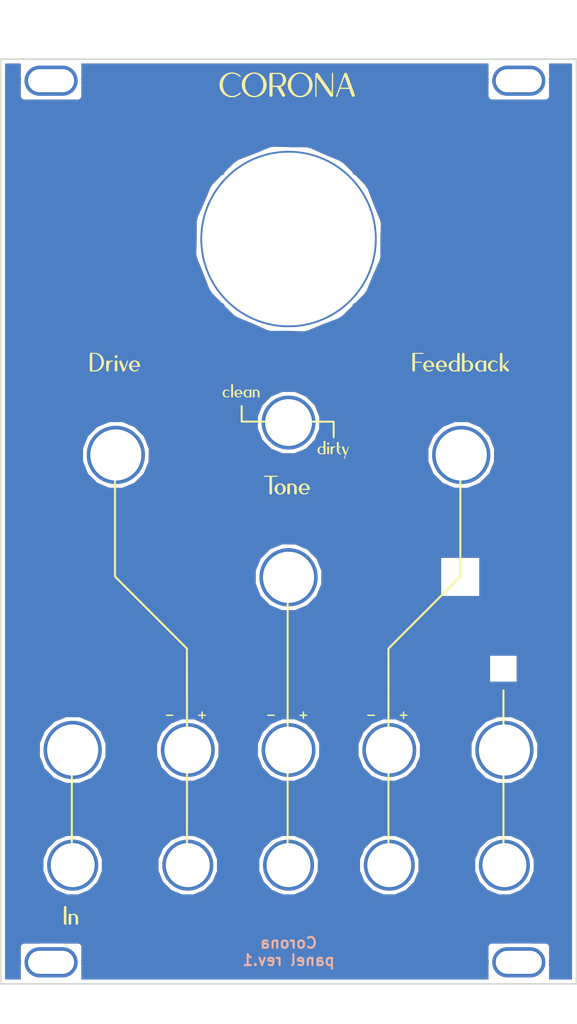
<source format=kicad_pcb>
(kicad_pcb (version 20171130) (host pcbnew "(5.0.0)")
  (title_block (title Valve) (date 2018-01-22) (rev 1) (company "Coriolis Instruments") (comment 1 "Combined board with cutting lines."))
  (layers (0 F.Cu signal) (31 B.Cu signal) (34 B.Paste user hide) (35 F.Paste user hide) (36 B.SilkS user) (37 F.SilkS user) (38 B.Mask user) (39 F.Mask user) (44 Edge.Cuts user))
  (net 0 "")
  (module Coriolis-KiCad:art_corona_panel_soldermask (layer F.Cu) (at 40 64.25)
    (fp_text reference G*** hide)
    (fp_text value LOGO hide)
  )
  (module Coriolis-KiCad:art_corona_panel_silkscreen (layer F.Cu) (at 40 64.25)
    (fp_text reference G*** hide)
    (fp_text value LOGO hide)
  )
  (module Coriolis-KiCad:panel_slot (layer F.Cu) (at 72 125.5)
    (fp_text reference MH1 hide)
    (fp_text value "M3 Rackmount" hide)
    (pad "" np_thru_hole roundrect (at 0 0) (size 7.4 4.2) (drill oval 6.4 3.2) (layers *.Cu *.Mask) (roundrect_rratio 0.5))
  )
  (module Coriolis-KiCad:panel_slot (layer F.Cu) (at 7 125.5)
    (fp_text reference MH1 hide)
    (fp_text value "M3 Rackmount" hide)
    (pad "" np_thru_hole roundrect (at 0 0) (size 7.4 4.2) (drill oval 6.4 3.2) (layers *.Cu *.Mask) (roundrect_rratio 0.5))
  )
  (module Coriolis-KiCad:panel_0.25in_bushing (layer F.Cu) (at 54 96)
    (fp_text reference MH5 hide)
    (fp_text value Switch hide)
    (pad "" np_thru_hole circle (at 0 0) (size 7.5 7.5) (drill 6.5) (layers *.Cu *.Mask))
  )
  (module Coriolis-KiCad:panel_0.25in_bushing (layer F.Cu) (at 40 96)
    (fp_text reference MH5 hide)
    (fp_text value Switch hide)
    (pad "" np_thru_hole circle (at 0 0) (size 7.5 7.5) (drill 6.5) (layers *.Cu *.Mask))
  )
  (module Coriolis-KiCad:panel_0.25in_bushing (layer F.Cu) (at 26 96)
    (fp_text reference MH5 hide)
    (fp_text value Switch hide)
    (pad "" np_thru_hole circle (at 0 0) (size 7.5 7.5) (drill 6.5) (layers *.Cu *.Mask))
  )
  (module Coriolis-KiCad:panel_9mm_pot (layer F.Cu) (at 40 72)
    (fp_text reference MH6 hide)
    (fp_text value Pot hide)
    (pad "" np_thru_hole circle (at 0 0) (size 8.1 8.1) (drill 7.1) (layers *.Cu *.Mask))
  )
  (module Coriolis-KiCad:panel_thonk_jack (layer F.Cu) (at 26 112)
    (fp_text reference MH3 hide)
    (fp_text value Jack hide)
    (pad "" np_thru_hole circle (at 0 0) (size 7.1 7.1) (drill 6.1) (layers *.Cu *.Mask))
  )
  (module Coriolis-KiCad:panel_thonk_jack (layer F.Cu) (at 70 112)
    (fp_text reference MH3 hide)
    (fp_text value Jack hide)
    (pad "" np_thru_hole circle (at 0 0) (size 7.1 7.1) (drill 6.1) (layers *.Cu *.Mask))
  )
  (module Coriolis-KiCad:panel_thonk_jack (layer F.Cu) (at 54 112)
    (fp_text reference MH3 hide)
    (fp_text value Jack hide)
    (pad "" np_thru_hole circle (at 0 0) (size 7.1 7.1) (drill 6.1) (layers *.Cu *.Mask))
  )
  (module Coriolis-KiCad:panel_thonk_jack (layer F.Cu) (at 40 112)
    (fp_text reference MH3 hide)
    (fp_text value Jack hide)
    (pad "" np_thru_hole circle (at 0 0) (size 7.1 7.1) (drill 6.1) (layers *.Cu *.Mask))
  )
  (module Coriolis-KiCad:panel_9mm_pot (layer F.Cu) (at 70 96)
    (fp_text reference MH6 hide)
    (fp_text value Pot hide)
    (pad "" np_thru_hole circle (at 0 0) (size 8.1 8.1) (drill 7.1) (layers *.Cu *.Mask))
  )
  (module Coriolis-KiCad:panel_9mm_pot (layer F.Cu) (at 10 96)
    (fp_text reference MH6 hide)
    (fp_text value Pot hide)
    (pad "" np_thru_hole circle (at 0 0) (size 8.1 8.1) (drill 7.1) (layers *.Cu *.Mask))
  )
  (module Coriolis-KiCad:panel_9mm_pot (layer F.Cu) (at 16 55)
    (fp_text reference MH6 hide)
    (fp_text value Pot hide)
    (pad "" np_thru_hole circle (at 0 0) (size 8.1 8.1) (drill 7.1) (layers *.Cu *.Mask))
  )
  (module Coriolis-KiCad:panel_slot (layer F.Cu) (at 72 3)
    (fp_text reference MH1 hide)
    (fp_text value "M3 Rackmount" hide)
    (pad "" np_thru_hole roundrect (at 0 0) (size 7.4 4.2) (drill oval 6.4 3.2) (layers *.Cu *.Mask) (roundrect_rratio 0.5))
  )
  (module Coriolis-KiCad:panel_slot (layer F.Cu) (at 7 3)
    (fp_text reference MH1 hide)
    (fp_text value "M3 Rackmount" hide)
    (pad "" np_thru_hole roundrect (at 0 0) (size 7.4 4.2) (drill oval 6.4 3.2) (layers *.Cu *.Mask) (roundrect_rratio 0.5))
  )
  (module Coriolis-KiCad:panel_9mm_pot (layer F.Cu) (at 64 55)
    (fp_text reference MH6 hide)
    (fp_text value Pot hide)
    (pad "" np_thru_hole circle (at 0 0) (size 8.1 8.1) (drill 7.1) (layers *.Cu *.Mask))
  )
  (module Coriolis-KiCad:panel_thonk_jack (layer F.Cu) (at 10 112)
    (fp_text reference MH3 hide)
    (fp_text value Jack hide)
    (pad "" np_thru_hole circle (at 0 0) (size 7.1 7.1) (drill 6.1) (layers *.Cu *.Mask))
  )
  (module Coriolis-KiCad:panel_0.25in_bushing (layer F.Cu) (at 40 50.5)
    (fp_text reference MH5 hide)
    (fp_text value Switch hide)
    (pad "" np_thru_hole circle (at 0 0) (size 7.5 7.5) (drill 6.5) (layers *.Cu *.Mask))
  )
  (module Coriolis-KiCad:panel_12AX7_hole (layer F.Cu) (at 40 25)
    (fp_text reference REF** hide)
    (fp_text value panel_12AX7_hole)
    (pad "" np_thru_hole circle (at 0 0) (size 24.5 24.5) (drill 24) (layers *.Cu *.Mask))
  )
  (gr_text "Corona\npanel rev.1" (at 40 124) (layer B.SilkS) (effects (font (size 1.5 1.5) (thickness 0.3)) (justify mirror)))
  (gr_line (start 0 128.5) (end 0 0) (layer Edge.Cuts) (width 0.2))
  (gr_line (start 80 0) (end 80 128.5) (layer Edge.Cuts) (width 0.2))
  (gr_line (start 80 0) (end 0 0) (layer Edge.Cuts) (width 0.2))
  (gr_line (start 0 128.5) (end 80 128.5) (layer Edge.Cuts) (width 0.2))
  (zone (net 0) (net_name "") (layer F.Cu) (connect_pads (clearance 0.508)) (min_thickness 0.254) (fill yes (arc_segments 16) (thermal_gap 0.508) (thermal_bridge_width 0.508))
    (polygon (pts (xy 80 0) (xy 0 0) (xy 0 128.5) (xy 80 128.5)))
  )
  (zone (net 0) (net_name "") (layer B.Cu) (connect_pads (clearance 0.508)) (min_thickness 0.254) (fill yes (arc_segments 16) (thermal_gap 0.508) (thermal_bridge_width 0.508))
    (polygon (pts (xy 80 128.5) (xy 0 128.5) (xy 0 0) (xy 80 0)))
  )
  (zone (net 0) (net_name "") (layers F&B.Cu) (connect_pads (clearance 0.508)) (min_thickness 0.254)
    (keepout (tracks not_allowed) (vias not_allowed) (copperpour not_allowed))
    (fill (arc_segments 16) (thermal_gap 0.508) (thermal_bridge_width 0.508))
    (polygon (pts (xy 61.2 74.6) (xy 61.2 69.3) (xy 66.5 69.3) (xy 66.5 74.6)))
  )
  (zone (net 0) (net_name "") (layers F&B.Cu) (connect_pads (clearance 0.508)) (min_thickness 0.254)
    (keepout (tracks not_allowed) (vias not_allowed) (copperpour not_allowed))
    (fill (arc_segments 16) (thermal_gap 0.508) (thermal_bridge_width 0.508))
    (polygon (pts (xy 68 86.5) (xy 68 82.9) (xy 71.7 82.9) (xy 71.7 86.5)))
  )
)
</source>
